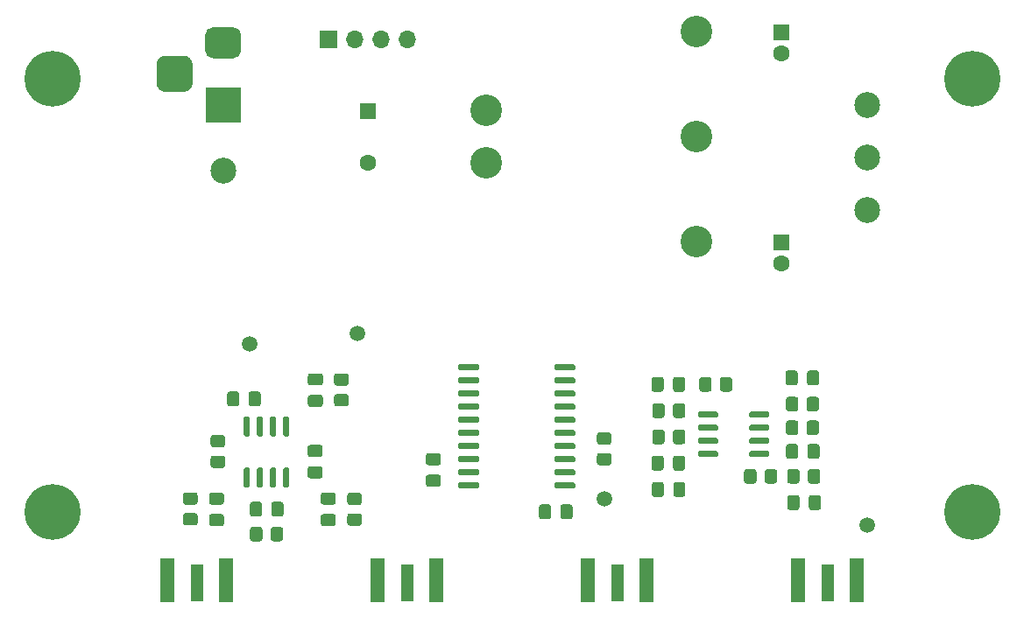
<source format=gbr>
%TF.GenerationSoftware,KiCad,Pcbnew,(5.1.8)-1*%
%TF.CreationDate,2021-05-16T11:41:04-04:00*%
%TF.ProjectId,openEPR_Lock-In,6f70656e-4550-4525-9f4c-6f636b2d496e,B*%
%TF.SameCoordinates,Original*%
%TF.FileFunction,Soldermask,Top*%
%TF.FilePolarity,Negative*%
%FSLAX46Y46*%
G04 Gerber Fmt 4.6, Leading zero omitted, Abs format (unit mm)*
G04 Created by KiCad (PCBNEW (5.1.8)-1) date 2021-05-16 11:41:04*
%MOMM*%
%LPD*%
G01*
G04 APERTURE LIST*
%ADD10O,1.700000X1.700000*%
%ADD11R,1.700000X1.700000*%
%ADD12C,1.500000*%
%ADD13C,3.048000*%
%ADD14C,2.500000*%
%ADD15R,3.500000X3.500000*%
%ADD16C,5.400000*%
%ADD17R,1.350000X4.200000*%
%ADD18R,1.270000X3.600000*%
%ADD19R,1.600000X1.600000*%
%ADD20C,1.600000*%
G04 APERTURE END LIST*
%TO.C,R13*%
G36*
G01*
X49511000Y-79178999D02*
X49511000Y-80079001D01*
G75*
G02*
X49261001Y-80329000I-249999J0D01*
G01*
X48560999Y-80329000D01*
G75*
G02*
X48311000Y-80079001I0J249999D01*
G01*
X48311000Y-79178999D01*
G75*
G02*
X48560999Y-78929000I249999J0D01*
G01*
X49261001Y-78929000D01*
G75*
G02*
X49511000Y-79178999I0J-249999D01*
G01*
G37*
G36*
G01*
X51511000Y-79178999D02*
X51511000Y-80079001D01*
G75*
G02*
X51261001Y-80329000I-249999J0D01*
G01*
X50560999Y-80329000D01*
G75*
G02*
X50311000Y-80079001I0J249999D01*
G01*
X50311000Y-79178999D01*
G75*
G02*
X50560999Y-78929000I249999J0D01*
G01*
X51261001Y-78929000D01*
G75*
G02*
X51511000Y-79178999I0J-249999D01*
G01*
G37*
%TD*%
D10*
%TO.C,J6*%
X63500000Y-31750000D03*
X60960000Y-31750000D03*
X58420000Y-31750000D03*
D11*
X55880000Y-31750000D03*
%TD*%
%TO.C,R7*%
G36*
G01*
X94929000Y-64700999D02*
X94929000Y-65601001D01*
G75*
G02*
X94679001Y-65851000I-249999J0D01*
G01*
X93978999Y-65851000D01*
G75*
G02*
X93729000Y-65601001I0J249999D01*
G01*
X93729000Y-64700999D01*
G75*
G02*
X93978999Y-64451000I249999J0D01*
G01*
X94679001Y-64451000D01*
G75*
G02*
X94929000Y-64700999I0J-249999D01*
G01*
G37*
G36*
G01*
X92929000Y-64700999D02*
X92929000Y-65601001D01*
G75*
G02*
X92679001Y-65851000I-249999J0D01*
G01*
X91978999Y-65851000D01*
G75*
G02*
X91729000Y-65601001I0J249999D01*
G01*
X91729000Y-64700999D01*
G75*
G02*
X91978999Y-64451000I249999J0D01*
G01*
X92679001Y-64451000D01*
G75*
G02*
X92929000Y-64700999I0J-249999D01*
G01*
G37*
%TD*%
D12*
%TO.C,TP8*%
X82550000Y-76200000D03*
%TD*%
%TO.C,TP7*%
X107950000Y-78740000D03*
%TD*%
%TO.C,TP6*%
X58674000Y-60198000D03*
%TD*%
%TO.C,TP5*%
X48260000Y-61214000D03*
%TD*%
D13*
%TO.C,U4*%
X91440000Y-30988000D03*
X91440000Y-41148000D03*
X91440000Y-51308000D03*
X71120000Y-43688000D03*
X71120000Y-38608000D03*
%TD*%
D14*
%TO.C,TP4*%
X107950000Y-38100000D03*
%TD*%
%TO.C,TP3*%
X107950000Y-48260000D03*
%TD*%
%TO.C,TP2*%
X45720000Y-44450000D03*
%TD*%
%TO.C,TP1*%
X107950000Y-43180000D03*
%TD*%
%TO.C,J4*%
G36*
G01*
X40145000Y-33350000D02*
X41895000Y-33350000D01*
G75*
G02*
X42770000Y-34225000I0J-875000D01*
G01*
X42770000Y-35975000D01*
G75*
G02*
X41895000Y-36850000I-875000J0D01*
G01*
X40145000Y-36850000D01*
G75*
G02*
X39270000Y-35975000I0J875000D01*
G01*
X39270000Y-34225000D01*
G75*
G02*
X40145000Y-33350000I875000J0D01*
G01*
G37*
G36*
G01*
X44720000Y-30600000D02*
X46720000Y-30600000D01*
G75*
G02*
X47470000Y-31350000I0J-750000D01*
G01*
X47470000Y-32850000D01*
G75*
G02*
X46720000Y-33600000I-750000J0D01*
G01*
X44720000Y-33600000D01*
G75*
G02*
X43970000Y-32850000I0J750000D01*
G01*
X43970000Y-31350000D01*
G75*
G02*
X44720000Y-30600000I750000J0D01*
G01*
G37*
D15*
X45720000Y-38100000D03*
%TD*%
D16*
%TO.C,H4*%
X29210000Y-77470000D03*
%TD*%
%TO.C,H3*%
X118110000Y-77470000D03*
%TD*%
%TO.C,H2*%
X118110000Y-35560000D03*
%TD*%
%TO.C,H1*%
X29210000Y-35560000D03*
%TD*%
%TO.C,C15*%
G36*
G01*
X88323000Y-74836000D02*
X88323000Y-75786000D01*
G75*
G02*
X88073000Y-76036000I-250000J0D01*
G01*
X87398000Y-76036000D01*
G75*
G02*
X87148000Y-75786000I0J250000D01*
G01*
X87148000Y-74836000D01*
G75*
G02*
X87398000Y-74586000I250000J0D01*
G01*
X88073000Y-74586000D01*
G75*
G02*
X88323000Y-74836000I0J-250000D01*
G01*
G37*
G36*
G01*
X90398000Y-74836000D02*
X90398000Y-75786000D01*
G75*
G02*
X90148000Y-76036000I-250000J0D01*
G01*
X89473000Y-76036000D01*
G75*
G02*
X89223000Y-75786000I0J250000D01*
G01*
X89223000Y-74836000D01*
G75*
G02*
X89473000Y-74586000I250000J0D01*
G01*
X90148000Y-74586000D01*
G75*
G02*
X90398000Y-74836000I0J-250000D01*
G01*
G37*
%TD*%
%TO.C,C1*%
G36*
G01*
X44610000Y-75612500D02*
X45560000Y-75612500D01*
G75*
G02*
X45810000Y-75862500I0J-250000D01*
G01*
X45810000Y-76537500D01*
G75*
G02*
X45560000Y-76787500I-250000J0D01*
G01*
X44610000Y-76787500D01*
G75*
G02*
X44360000Y-76537500I0J250000D01*
G01*
X44360000Y-75862500D01*
G75*
G02*
X44610000Y-75612500I250000J0D01*
G01*
G37*
G36*
G01*
X44610000Y-77687500D02*
X45560000Y-77687500D01*
G75*
G02*
X45810000Y-77937500I0J-250000D01*
G01*
X45810000Y-78612500D01*
G75*
G02*
X45560000Y-78862500I-250000J0D01*
G01*
X44610000Y-78862500D01*
G75*
G02*
X44360000Y-78612500I0J250000D01*
G01*
X44360000Y-77937500D01*
G75*
G02*
X44610000Y-77687500I250000J0D01*
G01*
G37*
%TD*%
%TO.C,C2*%
G36*
G01*
X49482500Y-76741000D02*
X49482500Y-77691000D01*
G75*
G02*
X49232500Y-77941000I-250000J0D01*
G01*
X48557500Y-77941000D01*
G75*
G02*
X48307500Y-77691000I0J250000D01*
G01*
X48307500Y-76741000D01*
G75*
G02*
X48557500Y-76491000I250000J0D01*
G01*
X49232500Y-76491000D01*
G75*
G02*
X49482500Y-76741000I0J-250000D01*
G01*
G37*
G36*
G01*
X51557500Y-76741000D02*
X51557500Y-77691000D01*
G75*
G02*
X51307500Y-77941000I-250000J0D01*
G01*
X50632500Y-77941000D01*
G75*
G02*
X50382500Y-77691000I0J250000D01*
G01*
X50382500Y-76741000D01*
G75*
G02*
X50632500Y-76491000I250000J0D01*
G01*
X51307500Y-76491000D01*
G75*
G02*
X51557500Y-76741000I0J-250000D01*
G01*
G37*
%TD*%
%TO.C,C3*%
G36*
G01*
X56355000Y-76787500D02*
X55405000Y-76787500D01*
G75*
G02*
X55155000Y-76537500I0J250000D01*
G01*
X55155000Y-75862500D01*
G75*
G02*
X55405000Y-75612500I250000J0D01*
G01*
X56355000Y-75612500D01*
G75*
G02*
X56605000Y-75862500I0J-250000D01*
G01*
X56605000Y-76537500D01*
G75*
G02*
X56355000Y-76787500I-250000J0D01*
G01*
G37*
G36*
G01*
X56355000Y-78862500D02*
X55405000Y-78862500D01*
G75*
G02*
X55155000Y-78612500I0J250000D01*
G01*
X55155000Y-77937500D01*
G75*
G02*
X55405000Y-77687500I250000J0D01*
G01*
X56355000Y-77687500D01*
G75*
G02*
X56605000Y-77937500I0J-250000D01*
G01*
X56605000Y-78612500D01*
G75*
G02*
X56355000Y-78862500I-250000J0D01*
G01*
G37*
%TD*%
%TO.C,C5*%
G36*
G01*
X54160400Y-64080900D02*
X55110400Y-64080900D01*
G75*
G02*
X55360400Y-64330900I0J-250000D01*
G01*
X55360400Y-65005900D01*
G75*
G02*
X55110400Y-65255900I-250000J0D01*
G01*
X54160400Y-65255900D01*
G75*
G02*
X53910400Y-65005900I0J250000D01*
G01*
X53910400Y-64330900D01*
G75*
G02*
X54160400Y-64080900I250000J0D01*
G01*
G37*
G36*
G01*
X54160400Y-66155900D02*
X55110400Y-66155900D01*
G75*
G02*
X55360400Y-66405900I0J-250000D01*
G01*
X55360400Y-67080900D01*
G75*
G02*
X55110400Y-67330900I-250000J0D01*
G01*
X54160400Y-67330900D01*
G75*
G02*
X53910400Y-67080900I0J250000D01*
G01*
X53910400Y-66405900D01*
G75*
G02*
X54160400Y-66155900I250000J0D01*
G01*
G37*
%TD*%
%TO.C,C8*%
G36*
G01*
X49355500Y-66073000D02*
X49355500Y-67023000D01*
G75*
G02*
X49105500Y-67273000I-250000J0D01*
G01*
X48430500Y-67273000D01*
G75*
G02*
X48180500Y-67023000I0J250000D01*
G01*
X48180500Y-66073000D01*
G75*
G02*
X48430500Y-65823000I250000J0D01*
G01*
X49105500Y-65823000D01*
G75*
G02*
X49355500Y-66073000I0J-250000D01*
G01*
G37*
G36*
G01*
X47280500Y-66073000D02*
X47280500Y-67023000D01*
G75*
G02*
X47030500Y-67273000I-250000J0D01*
G01*
X46355500Y-67273000D01*
G75*
G02*
X46105500Y-67023000I0J250000D01*
G01*
X46105500Y-66073000D01*
G75*
G02*
X46355500Y-65823000I250000J0D01*
G01*
X47030500Y-65823000D01*
G75*
G02*
X47280500Y-66073000I0J-250000D01*
G01*
G37*
%TD*%
%TO.C,C12*%
G36*
G01*
X79497500Y-76995000D02*
X79497500Y-77945000D01*
G75*
G02*
X79247500Y-78195000I-250000J0D01*
G01*
X78572500Y-78195000D01*
G75*
G02*
X78322500Y-77945000I0J250000D01*
G01*
X78322500Y-76995000D01*
G75*
G02*
X78572500Y-76745000I250000J0D01*
G01*
X79247500Y-76745000D01*
G75*
G02*
X79497500Y-76995000I0J-250000D01*
G01*
G37*
G36*
G01*
X77422500Y-76995000D02*
X77422500Y-77945000D01*
G75*
G02*
X77172500Y-78195000I-250000J0D01*
G01*
X76497500Y-78195000D01*
G75*
G02*
X76247500Y-77945000I0J250000D01*
G01*
X76247500Y-76995000D01*
G75*
G02*
X76497500Y-76745000I250000J0D01*
G01*
X77172500Y-76745000D01*
G75*
G02*
X77422500Y-76995000I0J-250000D01*
G01*
G37*
%TD*%
D17*
%TO.C,J1*%
X60675000Y-84128000D03*
X66325000Y-84128000D03*
D18*
X63500000Y-84328000D03*
%TD*%
%TO.C,J2*%
X43180000Y-84328000D03*
D17*
X46005000Y-84128000D03*
X40355000Y-84128000D03*
%TD*%
%TO.C,J3*%
X101315000Y-84128000D03*
X106965000Y-84128000D03*
D18*
X104140000Y-84328000D03*
%TD*%
%TO.C,R1*%
G36*
G01*
X42094999Y-75600000D02*
X42995001Y-75600000D01*
G75*
G02*
X43245000Y-75849999I0J-249999D01*
G01*
X43245000Y-76550001D01*
G75*
G02*
X42995001Y-76800000I-249999J0D01*
G01*
X42094999Y-76800000D01*
G75*
G02*
X41845000Y-76550001I0J249999D01*
G01*
X41845000Y-75849999D01*
G75*
G02*
X42094999Y-75600000I249999J0D01*
G01*
G37*
G36*
G01*
X42094999Y-77600000D02*
X42995001Y-77600000D01*
G75*
G02*
X43245000Y-77849999I0J-249999D01*
G01*
X43245000Y-78550001D01*
G75*
G02*
X42995001Y-78800000I-249999J0D01*
G01*
X42094999Y-78800000D01*
G75*
G02*
X41845000Y-78550001I0J249999D01*
G01*
X41845000Y-77849999D01*
G75*
G02*
X42094999Y-77600000I249999J0D01*
G01*
G37*
%TD*%
%TO.C,R2*%
G36*
G01*
X57969999Y-77632000D02*
X58870001Y-77632000D01*
G75*
G02*
X59120000Y-77881999I0J-249999D01*
G01*
X59120000Y-78582001D01*
G75*
G02*
X58870001Y-78832000I-249999J0D01*
G01*
X57969999Y-78832000D01*
G75*
G02*
X57720000Y-78582001I0J249999D01*
G01*
X57720000Y-77881999D01*
G75*
G02*
X57969999Y-77632000I249999J0D01*
G01*
G37*
G36*
G01*
X57969999Y-75632000D02*
X58870001Y-75632000D01*
G75*
G02*
X59120000Y-75881999I0J-249999D01*
G01*
X59120000Y-76582001D01*
G75*
G02*
X58870001Y-76832000I-249999J0D01*
G01*
X57969999Y-76832000D01*
G75*
G02*
X57720000Y-76582001I0J249999D01*
G01*
X57720000Y-75881999D01*
G75*
G02*
X57969999Y-75632000I249999J0D01*
G01*
G37*
%TD*%
%TO.C,R3*%
G36*
G01*
X44761999Y-72044000D02*
X45662001Y-72044000D01*
G75*
G02*
X45912000Y-72293999I0J-249999D01*
G01*
X45912000Y-72994001D01*
G75*
G02*
X45662001Y-73244000I-249999J0D01*
G01*
X44761999Y-73244000D01*
G75*
G02*
X44512000Y-72994001I0J249999D01*
G01*
X44512000Y-72293999D01*
G75*
G02*
X44761999Y-72044000I249999J0D01*
G01*
G37*
G36*
G01*
X44761999Y-70044000D02*
X45662001Y-70044000D01*
G75*
G02*
X45912000Y-70293999I0J-249999D01*
G01*
X45912000Y-70994001D01*
G75*
G02*
X45662001Y-71244000I-249999J0D01*
G01*
X44761999Y-71244000D01*
G75*
G02*
X44512000Y-70994001I0J249999D01*
G01*
X44512000Y-70293999D01*
G75*
G02*
X44761999Y-70044000I249999J0D01*
G01*
G37*
%TD*%
%TO.C,R6*%
G36*
G01*
X57600001Y-67275000D02*
X56699999Y-67275000D01*
G75*
G02*
X56450000Y-67025001I0J249999D01*
G01*
X56450000Y-66324999D01*
G75*
G02*
X56699999Y-66075000I249999J0D01*
G01*
X57600001Y-66075000D01*
G75*
G02*
X57850000Y-66324999I0J-249999D01*
G01*
X57850000Y-67025001D01*
G75*
G02*
X57600001Y-67275000I-249999J0D01*
G01*
G37*
G36*
G01*
X57600001Y-65275000D02*
X56699999Y-65275000D01*
G75*
G02*
X56450000Y-65025001I0J249999D01*
G01*
X56450000Y-64324999D01*
G75*
G02*
X56699999Y-64075000I249999J0D01*
G01*
X57600001Y-64075000D01*
G75*
G02*
X57850000Y-64324999I0J-249999D01*
G01*
X57850000Y-65025001D01*
G75*
G02*
X57600001Y-65275000I-249999J0D01*
G01*
G37*
%TD*%
%TO.C,U2*%
G36*
G01*
X48156000Y-75143000D02*
X47856000Y-75143000D01*
G75*
G02*
X47706000Y-74993000I0J150000D01*
G01*
X47706000Y-73343000D01*
G75*
G02*
X47856000Y-73193000I150000J0D01*
G01*
X48156000Y-73193000D01*
G75*
G02*
X48306000Y-73343000I0J-150000D01*
G01*
X48306000Y-74993000D01*
G75*
G02*
X48156000Y-75143000I-150000J0D01*
G01*
G37*
G36*
G01*
X49426000Y-75143000D02*
X49126000Y-75143000D01*
G75*
G02*
X48976000Y-74993000I0J150000D01*
G01*
X48976000Y-73343000D01*
G75*
G02*
X49126000Y-73193000I150000J0D01*
G01*
X49426000Y-73193000D01*
G75*
G02*
X49576000Y-73343000I0J-150000D01*
G01*
X49576000Y-74993000D01*
G75*
G02*
X49426000Y-75143000I-150000J0D01*
G01*
G37*
G36*
G01*
X50696000Y-75143000D02*
X50396000Y-75143000D01*
G75*
G02*
X50246000Y-74993000I0J150000D01*
G01*
X50246000Y-73343000D01*
G75*
G02*
X50396000Y-73193000I150000J0D01*
G01*
X50696000Y-73193000D01*
G75*
G02*
X50846000Y-73343000I0J-150000D01*
G01*
X50846000Y-74993000D01*
G75*
G02*
X50696000Y-75143000I-150000J0D01*
G01*
G37*
G36*
G01*
X51966000Y-75143000D02*
X51666000Y-75143000D01*
G75*
G02*
X51516000Y-74993000I0J150000D01*
G01*
X51516000Y-73343000D01*
G75*
G02*
X51666000Y-73193000I150000J0D01*
G01*
X51966000Y-73193000D01*
G75*
G02*
X52116000Y-73343000I0J-150000D01*
G01*
X52116000Y-74993000D01*
G75*
G02*
X51966000Y-75143000I-150000J0D01*
G01*
G37*
G36*
G01*
X51966000Y-70193000D02*
X51666000Y-70193000D01*
G75*
G02*
X51516000Y-70043000I0J150000D01*
G01*
X51516000Y-68393000D01*
G75*
G02*
X51666000Y-68243000I150000J0D01*
G01*
X51966000Y-68243000D01*
G75*
G02*
X52116000Y-68393000I0J-150000D01*
G01*
X52116000Y-70043000D01*
G75*
G02*
X51966000Y-70193000I-150000J0D01*
G01*
G37*
G36*
G01*
X50696000Y-70193000D02*
X50396000Y-70193000D01*
G75*
G02*
X50246000Y-70043000I0J150000D01*
G01*
X50246000Y-68393000D01*
G75*
G02*
X50396000Y-68243000I150000J0D01*
G01*
X50696000Y-68243000D01*
G75*
G02*
X50846000Y-68393000I0J-150000D01*
G01*
X50846000Y-70043000D01*
G75*
G02*
X50696000Y-70193000I-150000J0D01*
G01*
G37*
G36*
G01*
X49426000Y-70193000D02*
X49126000Y-70193000D01*
G75*
G02*
X48976000Y-70043000I0J150000D01*
G01*
X48976000Y-68393000D01*
G75*
G02*
X49126000Y-68243000I150000J0D01*
G01*
X49426000Y-68243000D01*
G75*
G02*
X49576000Y-68393000I0J-150000D01*
G01*
X49576000Y-70043000D01*
G75*
G02*
X49426000Y-70193000I-150000J0D01*
G01*
G37*
G36*
G01*
X48156000Y-70193000D02*
X47856000Y-70193000D01*
G75*
G02*
X47706000Y-70043000I0J150000D01*
G01*
X47706000Y-68393000D01*
G75*
G02*
X47856000Y-68243000I150000J0D01*
G01*
X48156000Y-68243000D01*
G75*
G02*
X48306000Y-68393000I0J-150000D01*
G01*
X48306000Y-70043000D01*
G75*
G02*
X48156000Y-70193000I-150000J0D01*
G01*
G37*
%TD*%
%TO.C,U3*%
G36*
G01*
X68415000Y-63650000D02*
X68415000Y-63350000D01*
G75*
G02*
X68565000Y-63200000I150000J0D01*
G01*
X70315000Y-63200000D01*
G75*
G02*
X70465000Y-63350000I0J-150000D01*
G01*
X70465000Y-63650000D01*
G75*
G02*
X70315000Y-63800000I-150000J0D01*
G01*
X68565000Y-63800000D01*
G75*
G02*
X68415000Y-63650000I0J150000D01*
G01*
G37*
G36*
G01*
X68415000Y-64920000D02*
X68415000Y-64620000D01*
G75*
G02*
X68565000Y-64470000I150000J0D01*
G01*
X70315000Y-64470000D01*
G75*
G02*
X70465000Y-64620000I0J-150000D01*
G01*
X70465000Y-64920000D01*
G75*
G02*
X70315000Y-65070000I-150000J0D01*
G01*
X68565000Y-65070000D01*
G75*
G02*
X68415000Y-64920000I0J150000D01*
G01*
G37*
G36*
G01*
X68415000Y-66190000D02*
X68415000Y-65890000D01*
G75*
G02*
X68565000Y-65740000I150000J0D01*
G01*
X70315000Y-65740000D01*
G75*
G02*
X70465000Y-65890000I0J-150000D01*
G01*
X70465000Y-66190000D01*
G75*
G02*
X70315000Y-66340000I-150000J0D01*
G01*
X68565000Y-66340000D01*
G75*
G02*
X68415000Y-66190000I0J150000D01*
G01*
G37*
G36*
G01*
X68415000Y-67460000D02*
X68415000Y-67160000D01*
G75*
G02*
X68565000Y-67010000I150000J0D01*
G01*
X70315000Y-67010000D01*
G75*
G02*
X70465000Y-67160000I0J-150000D01*
G01*
X70465000Y-67460000D01*
G75*
G02*
X70315000Y-67610000I-150000J0D01*
G01*
X68565000Y-67610000D01*
G75*
G02*
X68415000Y-67460000I0J150000D01*
G01*
G37*
G36*
G01*
X68415000Y-68730000D02*
X68415000Y-68430000D01*
G75*
G02*
X68565000Y-68280000I150000J0D01*
G01*
X70315000Y-68280000D01*
G75*
G02*
X70465000Y-68430000I0J-150000D01*
G01*
X70465000Y-68730000D01*
G75*
G02*
X70315000Y-68880000I-150000J0D01*
G01*
X68565000Y-68880000D01*
G75*
G02*
X68415000Y-68730000I0J150000D01*
G01*
G37*
G36*
G01*
X68415000Y-70000000D02*
X68415000Y-69700000D01*
G75*
G02*
X68565000Y-69550000I150000J0D01*
G01*
X70315000Y-69550000D01*
G75*
G02*
X70465000Y-69700000I0J-150000D01*
G01*
X70465000Y-70000000D01*
G75*
G02*
X70315000Y-70150000I-150000J0D01*
G01*
X68565000Y-70150000D01*
G75*
G02*
X68415000Y-70000000I0J150000D01*
G01*
G37*
G36*
G01*
X68415000Y-71270000D02*
X68415000Y-70970000D01*
G75*
G02*
X68565000Y-70820000I150000J0D01*
G01*
X70315000Y-70820000D01*
G75*
G02*
X70465000Y-70970000I0J-150000D01*
G01*
X70465000Y-71270000D01*
G75*
G02*
X70315000Y-71420000I-150000J0D01*
G01*
X68565000Y-71420000D01*
G75*
G02*
X68415000Y-71270000I0J150000D01*
G01*
G37*
G36*
G01*
X68415000Y-72540000D02*
X68415000Y-72240000D01*
G75*
G02*
X68565000Y-72090000I150000J0D01*
G01*
X70315000Y-72090000D01*
G75*
G02*
X70465000Y-72240000I0J-150000D01*
G01*
X70465000Y-72540000D01*
G75*
G02*
X70315000Y-72690000I-150000J0D01*
G01*
X68565000Y-72690000D01*
G75*
G02*
X68415000Y-72540000I0J150000D01*
G01*
G37*
G36*
G01*
X68415000Y-73810000D02*
X68415000Y-73510000D01*
G75*
G02*
X68565000Y-73360000I150000J0D01*
G01*
X70315000Y-73360000D01*
G75*
G02*
X70465000Y-73510000I0J-150000D01*
G01*
X70465000Y-73810000D01*
G75*
G02*
X70315000Y-73960000I-150000J0D01*
G01*
X68565000Y-73960000D01*
G75*
G02*
X68415000Y-73810000I0J150000D01*
G01*
G37*
G36*
G01*
X68415000Y-75080000D02*
X68415000Y-74780000D01*
G75*
G02*
X68565000Y-74630000I150000J0D01*
G01*
X70315000Y-74630000D01*
G75*
G02*
X70465000Y-74780000I0J-150000D01*
G01*
X70465000Y-75080000D01*
G75*
G02*
X70315000Y-75230000I-150000J0D01*
G01*
X68565000Y-75230000D01*
G75*
G02*
X68415000Y-75080000I0J150000D01*
G01*
G37*
G36*
G01*
X77715000Y-75080000D02*
X77715000Y-74780000D01*
G75*
G02*
X77865000Y-74630000I150000J0D01*
G01*
X79615000Y-74630000D01*
G75*
G02*
X79765000Y-74780000I0J-150000D01*
G01*
X79765000Y-75080000D01*
G75*
G02*
X79615000Y-75230000I-150000J0D01*
G01*
X77865000Y-75230000D01*
G75*
G02*
X77715000Y-75080000I0J150000D01*
G01*
G37*
G36*
G01*
X77715000Y-73810000D02*
X77715000Y-73510000D01*
G75*
G02*
X77865000Y-73360000I150000J0D01*
G01*
X79615000Y-73360000D01*
G75*
G02*
X79765000Y-73510000I0J-150000D01*
G01*
X79765000Y-73810000D01*
G75*
G02*
X79615000Y-73960000I-150000J0D01*
G01*
X77865000Y-73960000D01*
G75*
G02*
X77715000Y-73810000I0J150000D01*
G01*
G37*
G36*
G01*
X77715000Y-72540000D02*
X77715000Y-72240000D01*
G75*
G02*
X77865000Y-72090000I150000J0D01*
G01*
X79615000Y-72090000D01*
G75*
G02*
X79765000Y-72240000I0J-150000D01*
G01*
X79765000Y-72540000D01*
G75*
G02*
X79615000Y-72690000I-150000J0D01*
G01*
X77865000Y-72690000D01*
G75*
G02*
X77715000Y-72540000I0J150000D01*
G01*
G37*
G36*
G01*
X77715000Y-71270000D02*
X77715000Y-70970000D01*
G75*
G02*
X77865000Y-70820000I150000J0D01*
G01*
X79615000Y-70820000D01*
G75*
G02*
X79765000Y-70970000I0J-150000D01*
G01*
X79765000Y-71270000D01*
G75*
G02*
X79615000Y-71420000I-150000J0D01*
G01*
X77865000Y-71420000D01*
G75*
G02*
X77715000Y-71270000I0J150000D01*
G01*
G37*
G36*
G01*
X77715000Y-70000000D02*
X77715000Y-69700000D01*
G75*
G02*
X77865000Y-69550000I150000J0D01*
G01*
X79615000Y-69550000D01*
G75*
G02*
X79765000Y-69700000I0J-150000D01*
G01*
X79765000Y-70000000D01*
G75*
G02*
X79615000Y-70150000I-150000J0D01*
G01*
X77865000Y-70150000D01*
G75*
G02*
X77715000Y-70000000I0J150000D01*
G01*
G37*
G36*
G01*
X77715000Y-68730000D02*
X77715000Y-68430000D01*
G75*
G02*
X77865000Y-68280000I150000J0D01*
G01*
X79615000Y-68280000D01*
G75*
G02*
X79765000Y-68430000I0J-150000D01*
G01*
X79765000Y-68730000D01*
G75*
G02*
X79615000Y-68880000I-150000J0D01*
G01*
X77865000Y-68880000D01*
G75*
G02*
X77715000Y-68730000I0J150000D01*
G01*
G37*
G36*
G01*
X77715000Y-67460000D02*
X77715000Y-67160000D01*
G75*
G02*
X77865000Y-67010000I150000J0D01*
G01*
X79615000Y-67010000D01*
G75*
G02*
X79765000Y-67160000I0J-150000D01*
G01*
X79765000Y-67460000D01*
G75*
G02*
X79615000Y-67610000I-150000J0D01*
G01*
X77865000Y-67610000D01*
G75*
G02*
X77715000Y-67460000I0J150000D01*
G01*
G37*
G36*
G01*
X77715000Y-66190000D02*
X77715000Y-65890000D01*
G75*
G02*
X77865000Y-65740000I150000J0D01*
G01*
X79615000Y-65740000D01*
G75*
G02*
X79765000Y-65890000I0J-150000D01*
G01*
X79765000Y-66190000D01*
G75*
G02*
X79615000Y-66340000I-150000J0D01*
G01*
X77865000Y-66340000D01*
G75*
G02*
X77715000Y-66190000I0J150000D01*
G01*
G37*
G36*
G01*
X77715000Y-64920000D02*
X77715000Y-64620000D01*
G75*
G02*
X77865000Y-64470000I150000J0D01*
G01*
X79615000Y-64470000D01*
G75*
G02*
X79765000Y-64620000I0J-150000D01*
G01*
X79765000Y-64920000D01*
G75*
G02*
X79615000Y-65070000I-150000J0D01*
G01*
X77865000Y-65070000D01*
G75*
G02*
X77715000Y-64920000I0J150000D01*
G01*
G37*
G36*
G01*
X77715000Y-63650000D02*
X77715000Y-63350000D01*
G75*
G02*
X77865000Y-63200000I150000J0D01*
G01*
X79615000Y-63200000D01*
G75*
G02*
X79765000Y-63350000I0J-150000D01*
G01*
X79765000Y-63650000D01*
G75*
G02*
X79615000Y-63800000I-150000J0D01*
G01*
X77865000Y-63800000D01*
G75*
G02*
X77715000Y-63650000I0J150000D01*
G01*
G37*
%TD*%
D17*
%TO.C,J5*%
X80995000Y-84128000D03*
X86645000Y-84128000D03*
D18*
X83820000Y-84328000D03*
%TD*%
%TO.C,C13*%
G36*
G01*
X55085000Y-72172500D02*
X54135000Y-72172500D01*
G75*
G02*
X53885000Y-71922500I0J250000D01*
G01*
X53885000Y-71247500D01*
G75*
G02*
X54135000Y-70997500I250000J0D01*
G01*
X55085000Y-70997500D01*
G75*
G02*
X55335000Y-71247500I0J-250000D01*
G01*
X55335000Y-71922500D01*
G75*
G02*
X55085000Y-72172500I-250000J0D01*
G01*
G37*
G36*
G01*
X55085000Y-74247500D02*
X54135000Y-74247500D01*
G75*
G02*
X53885000Y-73997500I0J250000D01*
G01*
X53885000Y-73322500D01*
G75*
G02*
X54135000Y-73072500I250000J0D01*
G01*
X55085000Y-73072500D01*
G75*
G02*
X55335000Y-73322500I0J-250000D01*
G01*
X55335000Y-73997500D01*
G75*
G02*
X55085000Y-74247500I-250000J0D01*
G01*
G37*
%TD*%
%TO.C,C14*%
G36*
G01*
X65565000Y-71802500D02*
X66515000Y-71802500D01*
G75*
G02*
X66765000Y-72052500I0J-250000D01*
G01*
X66765000Y-72727500D01*
G75*
G02*
X66515000Y-72977500I-250000J0D01*
G01*
X65565000Y-72977500D01*
G75*
G02*
X65315000Y-72727500I0J250000D01*
G01*
X65315000Y-72052500D01*
G75*
G02*
X65565000Y-71802500I250000J0D01*
G01*
G37*
G36*
G01*
X65565000Y-73877500D02*
X66515000Y-73877500D01*
G75*
G02*
X66765000Y-74127500I0J-250000D01*
G01*
X66765000Y-74802500D01*
G75*
G02*
X66515000Y-75052500I-250000J0D01*
G01*
X65565000Y-75052500D01*
G75*
G02*
X65315000Y-74802500I0J250000D01*
G01*
X65315000Y-74127500D01*
G75*
G02*
X65565000Y-73877500I250000J0D01*
G01*
G37*
%TD*%
D19*
%TO.C,C7*%
X59690000Y-38735000D03*
D20*
X59690000Y-43735000D03*
%TD*%
D19*
%TO.C,C9*%
X99695000Y-51435000D03*
D20*
X99695000Y-53435000D03*
%TD*%
%TO.C,C11*%
X99695000Y-33115000D03*
D19*
X99695000Y-31115000D03*
%TD*%
%TO.C,C4*%
G36*
G01*
X88301500Y-72296000D02*
X88301500Y-73246000D01*
G75*
G02*
X88051500Y-73496000I-250000J0D01*
G01*
X87376500Y-73496000D01*
G75*
G02*
X87126500Y-73246000I0J250000D01*
G01*
X87126500Y-72296000D01*
G75*
G02*
X87376500Y-72046000I250000J0D01*
G01*
X88051500Y-72046000D01*
G75*
G02*
X88301500Y-72296000I0J-250000D01*
G01*
G37*
G36*
G01*
X90376500Y-72296000D02*
X90376500Y-73246000D01*
G75*
G02*
X90126500Y-73496000I-250000J0D01*
G01*
X89451500Y-73496000D01*
G75*
G02*
X89201500Y-73246000I0J250000D01*
G01*
X89201500Y-72296000D01*
G75*
G02*
X89451500Y-72046000I250000J0D01*
G01*
X90126500Y-72046000D01*
G75*
G02*
X90376500Y-72296000I0J-250000D01*
G01*
G37*
%TD*%
%TO.C,C6*%
G36*
G01*
X90376500Y-64676000D02*
X90376500Y-65626000D01*
G75*
G02*
X90126500Y-65876000I-250000J0D01*
G01*
X89451500Y-65876000D01*
G75*
G02*
X89201500Y-65626000I0J250000D01*
G01*
X89201500Y-64676000D01*
G75*
G02*
X89451500Y-64426000I250000J0D01*
G01*
X90126500Y-64426000D01*
G75*
G02*
X90376500Y-64676000I0J-250000D01*
G01*
G37*
G36*
G01*
X88301500Y-64676000D02*
X88301500Y-65626000D01*
G75*
G02*
X88051500Y-65876000I-250000J0D01*
G01*
X87376500Y-65876000D01*
G75*
G02*
X87126500Y-65626000I0J250000D01*
G01*
X87126500Y-64676000D01*
G75*
G02*
X87376500Y-64426000I250000J0D01*
G01*
X88051500Y-64426000D01*
G75*
G02*
X88301500Y-64676000I0J-250000D01*
G01*
G37*
%TD*%
%TO.C,C10*%
G36*
G01*
X100080500Y-64991000D02*
X100080500Y-64041000D01*
G75*
G02*
X100330500Y-63791000I250000J0D01*
G01*
X101005500Y-63791000D01*
G75*
G02*
X101255500Y-64041000I0J-250000D01*
G01*
X101255500Y-64991000D01*
G75*
G02*
X101005500Y-65241000I-250000J0D01*
G01*
X100330500Y-65241000D01*
G75*
G02*
X100080500Y-64991000I0J250000D01*
G01*
G37*
G36*
G01*
X102155500Y-64991000D02*
X102155500Y-64041000D01*
G75*
G02*
X102405500Y-63791000I250000J0D01*
G01*
X103080500Y-63791000D01*
G75*
G02*
X103330500Y-64041000I0J-250000D01*
G01*
X103330500Y-64991000D01*
G75*
G02*
X103080500Y-65241000I-250000J0D01*
G01*
X102405500Y-65241000D01*
G75*
G02*
X102155500Y-64991000I0J250000D01*
G01*
G37*
%TD*%
%TO.C,C16*%
G36*
G01*
X102325500Y-77056000D02*
X102325500Y-76106000D01*
G75*
G02*
X102575500Y-75856000I250000J0D01*
G01*
X103250500Y-75856000D01*
G75*
G02*
X103500500Y-76106000I0J-250000D01*
G01*
X103500500Y-77056000D01*
G75*
G02*
X103250500Y-77306000I-250000J0D01*
G01*
X102575500Y-77306000D01*
G75*
G02*
X102325500Y-77056000I0J250000D01*
G01*
G37*
G36*
G01*
X100250500Y-77056000D02*
X100250500Y-76106000D01*
G75*
G02*
X100500500Y-75856000I250000J0D01*
G01*
X101175500Y-75856000D01*
G75*
G02*
X101425500Y-76106000I0J-250000D01*
G01*
X101425500Y-77056000D01*
G75*
G02*
X101175500Y-77306000I-250000J0D01*
G01*
X100500500Y-77306000D01*
G75*
G02*
X100250500Y-77056000I0J250000D01*
G01*
G37*
%TD*%
%TO.C,C17*%
G36*
G01*
X103373500Y-71153000D02*
X103373500Y-72103000D01*
G75*
G02*
X103123500Y-72353000I-250000J0D01*
G01*
X102448500Y-72353000D01*
G75*
G02*
X102198500Y-72103000I0J250000D01*
G01*
X102198500Y-71153000D01*
G75*
G02*
X102448500Y-70903000I250000J0D01*
G01*
X103123500Y-70903000D01*
G75*
G02*
X103373500Y-71153000I0J-250000D01*
G01*
G37*
G36*
G01*
X101298500Y-71153000D02*
X101298500Y-72103000D01*
G75*
G02*
X101048500Y-72353000I-250000J0D01*
G01*
X100373500Y-72353000D01*
G75*
G02*
X100123500Y-72103000I0J250000D01*
G01*
X100123500Y-71153000D01*
G75*
G02*
X100373500Y-70903000I250000J0D01*
G01*
X101048500Y-70903000D01*
G75*
G02*
X101298500Y-71153000I0J-250000D01*
G01*
G37*
%TD*%
%TO.C,R4*%
G36*
G01*
X82099999Y-71790000D02*
X83000001Y-71790000D01*
G75*
G02*
X83250000Y-72039999I0J-249999D01*
G01*
X83250000Y-72740001D01*
G75*
G02*
X83000001Y-72990000I-249999J0D01*
G01*
X82099999Y-72990000D01*
G75*
G02*
X81850000Y-72740001I0J249999D01*
G01*
X81850000Y-72039999D01*
G75*
G02*
X82099999Y-71790000I249999J0D01*
G01*
G37*
G36*
G01*
X82099999Y-69790000D02*
X83000001Y-69790000D01*
G75*
G02*
X83250000Y-70039999I0J-249999D01*
G01*
X83250000Y-70740001D01*
G75*
G02*
X83000001Y-70990000I-249999J0D01*
G01*
X82099999Y-70990000D01*
G75*
G02*
X81850000Y-70740001I0J249999D01*
G01*
X81850000Y-70039999D01*
G75*
G02*
X82099999Y-69790000I249999J0D01*
G01*
G37*
%TD*%
%TO.C,R5*%
G36*
G01*
X90389000Y-69780999D02*
X90389000Y-70681001D01*
G75*
G02*
X90139001Y-70931000I-249999J0D01*
G01*
X89438999Y-70931000D01*
G75*
G02*
X89189000Y-70681001I0J249999D01*
G01*
X89189000Y-69780999D01*
G75*
G02*
X89438999Y-69531000I249999J0D01*
G01*
X90139001Y-69531000D01*
G75*
G02*
X90389000Y-69780999I0J-249999D01*
G01*
G37*
G36*
G01*
X88389000Y-69780999D02*
X88389000Y-70681001D01*
G75*
G02*
X88139001Y-70931000I-249999J0D01*
G01*
X87438999Y-70931000D01*
G75*
G02*
X87189000Y-70681001I0J249999D01*
G01*
X87189000Y-69780999D01*
G75*
G02*
X87438999Y-69531000I249999J0D01*
G01*
X88139001Y-69531000D01*
G75*
G02*
X88389000Y-69780999I0J-249999D01*
G01*
G37*
%TD*%
%TO.C,R8*%
G36*
G01*
X89189000Y-68141001D02*
X89189000Y-67240999D01*
G75*
G02*
X89438999Y-66991000I249999J0D01*
G01*
X90139001Y-66991000D01*
G75*
G02*
X90389000Y-67240999I0J-249999D01*
G01*
X90389000Y-68141001D01*
G75*
G02*
X90139001Y-68391000I-249999J0D01*
G01*
X89438999Y-68391000D01*
G75*
G02*
X89189000Y-68141001I0J249999D01*
G01*
G37*
G36*
G01*
X87189000Y-68141001D02*
X87189000Y-67240999D01*
G75*
G02*
X87438999Y-66991000I249999J0D01*
G01*
X88139001Y-66991000D01*
G75*
G02*
X88389000Y-67240999I0J-249999D01*
G01*
X88389000Y-68141001D01*
G75*
G02*
X88139001Y-68391000I-249999J0D01*
G01*
X87438999Y-68391000D01*
G75*
G02*
X87189000Y-68141001I0J249999D01*
G01*
G37*
%TD*%
%TO.C,R9*%
G36*
G01*
X96063000Y-74491001D02*
X96063000Y-73590999D01*
G75*
G02*
X96312999Y-73341000I249999J0D01*
G01*
X97013001Y-73341000D01*
G75*
G02*
X97263000Y-73590999I0J-249999D01*
G01*
X97263000Y-74491001D01*
G75*
G02*
X97013001Y-74741000I-249999J0D01*
G01*
X96312999Y-74741000D01*
G75*
G02*
X96063000Y-74491001I0J249999D01*
G01*
G37*
G36*
G01*
X98063000Y-74491001D02*
X98063000Y-73590999D01*
G75*
G02*
X98312999Y-73341000I249999J0D01*
G01*
X99013001Y-73341000D01*
G75*
G02*
X99263000Y-73590999I0J-249999D01*
G01*
X99263000Y-74491001D01*
G75*
G02*
X99013001Y-74741000I-249999J0D01*
G01*
X98312999Y-74741000D01*
G75*
G02*
X98063000Y-74491001I0J249999D01*
G01*
G37*
%TD*%
%TO.C,R10*%
G36*
G01*
X101438000Y-73590999D02*
X101438000Y-74491001D01*
G75*
G02*
X101188001Y-74741000I-249999J0D01*
G01*
X100487999Y-74741000D01*
G75*
G02*
X100238000Y-74491001I0J249999D01*
G01*
X100238000Y-73590999D01*
G75*
G02*
X100487999Y-73341000I249999J0D01*
G01*
X101188001Y-73341000D01*
G75*
G02*
X101438000Y-73590999I0J-249999D01*
G01*
G37*
G36*
G01*
X103438000Y-73590999D02*
X103438000Y-74491001D01*
G75*
G02*
X103188001Y-74741000I-249999J0D01*
G01*
X102487999Y-74741000D01*
G75*
G02*
X102238000Y-74491001I0J249999D01*
G01*
X102238000Y-73590999D01*
G75*
G02*
X102487999Y-73341000I249999J0D01*
G01*
X103188001Y-73341000D01*
G75*
G02*
X103438000Y-73590999I0J-249999D01*
G01*
G37*
%TD*%
%TO.C,R11*%
G36*
G01*
X103311000Y-68891999D02*
X103311000Y-69792001D01*
G75*
G02*
X103061001Y-70042000I-249999J0D01*
G01*
X102360999Y-70042000D01*
G75*
G02*
X102111000Y-69792001I0J249999D01*
G01*
X102111000Y-68891999D01*
G75*
G02*
X102360999Y-68642000I249999J0D01*
G01*
X103061001Y-68642000D01*
G75*
G02*
X103311000Y-68891999I0J-249999D01*
G01*
G37*
G36*
G01*
X101311000Y-68891999D02*
X101311000Y-69792001D01*
G75*
G02*
X101061001Y-70042000I-249999J0D01*
G01*
X100360999Y-70042000D01*
G75*
G02*
X100111000Y-69792001I0J249999D01*
G01*
X100111000Y-68891999D01*
G75*
G02*
X100360999Y-68642000I249999J0D01*
G01*
X101061001Y-68642000D01*
G75*
G02*
X101311000Y-68891999I0J-249999D01*
G01*
G37*
%TD*%
%TO.C,R12*%
G36*
G01*
X101311000Y-66605999D02*
X101311000Y-67506001D01*
G75*
G02*
X101061001Y-67756000I-249999J0D01*
G01*
X100360999Y-67756000D01*
G75*
G02*
X100111000Y-67506001I0J249999D01*
G01*
X100111000Y-66605999D01*
G75*
G02*
X100360999Y-66356000I249999J0D01*
G01*
X101061001Y-66356000D01*
G75*
G02*
X101311000Y-66605999I0J-249999D01*
G01*
G37*
G36*
G01*
X103311000Y-66605999D02*
X103311000Y-67506001D01*
G75*
G02*
X103061001Y-67756000I-249999J0D01*
G01*
X102360999Y-67756000D01*
G75*
G02*
X102111000Y-67506001I0J249999D01*
G01*
X102111000Y-66605999D01*
G75*
G02*
X102360999Y-66356000I249999J0D01*
G01*
X103061001Y-66356000D01*
G75*
G02*
X103311000Y-66605999I0J-249999D01*
G01*
G37*
%TD*%
%TO.C,U1*%
G36*
G01*
X91608000Y-68222000D02*
X91608000Y-67922000D01*
G75*
G02*
X91758000Y-67772000I150000J0D01*
G01*
X93408000Y-67772000D01*
G75*
G02*
X93558000Y-67922000I0J-150000D01*
G01*
X93558000Y-68222000D01*
G75*
G02*
X93408000Y-68372000I-150000J0D01*
G01*
X91758000Y-68372000D01*
G75*
G02*
X91608000Y-68222000I0J150000D01*
G01*
G37*
G36*
G01*
X91608000Y-69492000D02*
X91608000Y-69192000D01*
G75*
G02*
X91758000Y-69042000I150000J0D01*
G01*
X93408000Y-69042000D01*
G75*
G02*
X93558000Y-69192000I0J-150000D01*
G01*
X93558000Y-69492000D01*
G75*
G02*
X93408000Y-69642000I-150000J0D01*
G01*
X91758000Y-69642000D01*
G75*
G02*
X91608000Y-69492000I0J150000D01*
G01*
G37*
G36*
G01*
X91608000Y-70762000D02*
X91608000Y-70462000D01*
G75*
G02*
X91758000Y-70312000I150000J0D01*
G01*
X93408000Y-70312000D01*
G75*
G02*
X93558000Y-70462000I0J-150000D01*
G01*
X93558000Y-70762000D01*
G75*
G02*
X93408000Y-70912000I-150000J0D01*
G01*
X91758000Y-70912000D01*
G75*
G02*
X91608000Y-70762000I0J150000D01*
G01*
G37*
G36*
G01*
X91608000Y-72032000D02*
X91608000Y-71732000D01*
G75*
G02*
X91758000Y-71582000I150000J0D01*
G01*
X93408000Y-71582000D01*
G75*
G02*
X93558000Y-71732000I0J-150000D01*
G01*
X93558000Y-72032000D01*
G75*
G02*
X93408000Y-72182000I-150000J0D01*
G01*
X91758000Y-72182000D01*
G75*
G02*
X91608000Y-72032000I0J150000D01*
G01*
G37*
G36*
G01*
X96558000Y-72032000D02*
X96558000Y-71732000D01*
G75*
G02*
X96708000Y-71582000I150000J0D01*
G01*
X98358000Y-71582000D01*
G75*
G02*
X98508000Y-71732000I0J-150000D01*
G01*
X98508000Y-72032000D01*
G75*
G02*
X98358000Y-72182000I-150000J0D01*
G01*
X96708000Y-72182000D01*
G75*
G02*
X96558000Y-72032000I0J150000D01*
G01*
G37*
G36*
G01*
X96558000Y-70762000D02*
X96558000Y-70462000D01*
G75*
G02*
X96708000Y-70312000I150000J0D01*
G01*
X98358000Y-70312000D01*
G75*
G02*
X98508000Y-70462000I0J-150000D01*
G01*
X98508000Y-70762000D01*
G75*
G02*
X98358000Y-70912000I-150000J0D01*
G01*
X96708000Y-70912000D01*
G75*
G02*
X96558000Y-70762000I0J150000D01*
G01*
G37*
G36*
G01*
X96558000Y-69492000D02*
X96558000Y-69192000D01*
G75*
G02*
X96708000Y-69042000I150000J0D01*
G01*
X98358000Y-69042000D01*
G75*
G02*
X98508000Y-69192000I0J-150000D01*
G01*
X98508000Y-69492000D01*
G75*
G02*
X98358000Y-69642000I-150000J0D01*
G01*
X96708000Y-69642000D01*
G75*
G02*
X96558000Y-69492000I0J150000D01*
G01*
G37*
G36*
G01*
X96558000Y-68222000D02*
X96558000Y-67922000D01*
G75*
G02*
X96708000Y-67772000I150000J0D01*
G01*
X98358000Y-67772000D01*
G75*
G02*
X98508000Y-67922000I0J-150000D01*
G01*
X98508000Y-68222000D01*
G75*
G02*
X98358000Y-68372000I-150000J0D01*
G01*
X96708000Y-68372000D01*
G75*
G02*
X96558000Y-68222000I0J150000D01*
G01*
G37*
%TD*%
M02*

</source>
